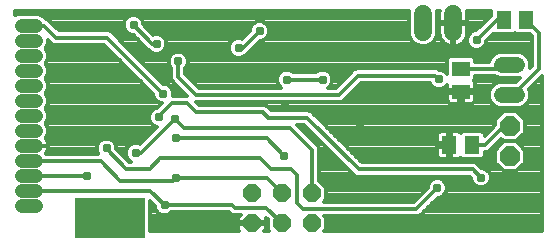
<source format=gbl>
G75*
%MOIN*%
%OFA0B0*%
%FSLAX25Y25*%
%IPPOS*%
%LPD*%
%AMOC8*
5,1,8,0,0,1.08239X$1,22.5*
%
%ADD10R,0.23622X0.13780*%
%ADD11OC8,0.06000*%
%ADD12C,0.04756*%
%ADD13C,0.06000*%
%ADD14OC8,0.06600*%
%ADD15R,0.05118X0.05906*%
%ADD16C,0.05200*%
%ADD17R,0.05906X0.05118*%
%ADD18C,0.01400*%
%ADD19C,0.02800*%
%ADD20C,0.02900*%
%ADD21C,0.03100*%
%ADD22C,0.03050*%
D10*
X0053012Y0016800D03*
D11*
X0100406Y0015167D03*
X0110406Y0015167D03*
X0120406Y0015167D03*
X0120406Y0025167D03*
X0110406Y0025167D03*
X0100406Y0025167D03*
D12*
X0028471Y0020957D02*
X0023715Y0020957D01*
X0023715Y0025957D02*
X0028471Y0025957D01*
X0028471Y0030957D02*
X0023715Y0030957D01*
X0023715Y0035957D02*
X0028471Y0035957D01*
X0028471Y0040957D02*
X0023715Y0040957D01*
X0023715Y0045957D02*
X0028471Y0045957D01*
X0028471Y0050957D02*
X0023715Y0050957D01*
X0023715Y0055957D02*
X0028471Y0055957D01*
X0028471Y0060957D02*
X0023715Y0060957D01*
X0023715Y0065957D02*
X0028471Y0065957D01*
X0028471Y0070957D02*
X0023715Y0070957D01*
X0023715Y0075957D02*
X0028471Y0075957D01*
X0028471Y0080957D02*
X0023715Y0080957D01*
D13*
X0157579Y0078877D02*
X0157579Y0084877D01*
X0167579Y0084877D02*
X0167579Y0078877D01*
D14*
X0186400Y0047486D03*
X0186400Y0037486D03*
D15*
X0173720Y0041253D03*
X0166240Y0041253D03*
X0184286Y0082905D03*
X0191766Y0082905D03*
D16*
X0188881Y0067971D02*
X0183681Y0067971D01*
X0183681Y0057971D02*
X0188881Y0057971D01*
D17*
X0170180Y0059113D03*
X0170180Y0066593D03*
D18*
X0184903Y0066593D01*
X0186281Y0067971D01*
X0189736Y0072271D02*
X0182825Y0072271D01*
X0181245Y0071617D01*
X0180035Y0070407D01*
X0179450Y0068993D01*
X0174833Y0068993D01*
X0174833Y0069857D01*
X0173837Y0070852D01*
X0166523Y0070852D01*
X0165527Y0069857D01*
X0165527Y0064948D01*
X0165514Y0064980D01*
X0164607Y0065887D01*
X0163422Y0066378D01*
X0162949Y0066378D01*
X0162840Y0066488D01*
X0161957Y0066853D01*
X0135403Y0066853D01*
X0134521Y0066488D01*
X0133845Y0065813D01*
X0128486Y0060453D01*
X0125908Y0060453D01*
X0126735Y0061281D01*
X0127230Y0062475D01*
X0127230Y0063768D01*
X0126735Y0064963D01*
X0125821Y0065877D01*
X0124626Y0066372D01*
X0123334Y0066372D01*
X0122139Y0065877D01*
X0121784Y0065522D01*
X0114276Y0065522D01*
X0113921Y0065877D01*
X0112726Y0066372D01*
X0111434Y0066372D01*
X0110239Y0065877D01*
X0109325Y0064963D01*
X0108830Y0063768D01*
X0108830Y0062475D01*
X0109325Y0061281D01*
X0110152Y0060453D01*
X0082874Y0060453D01*
X0078280Y0065047D01*
X0078280Y0066992D01*
X0078614Y0067326D01*
X0079105Y0068512D01*
X0079105Y0069795D01*
X0078614Y0070980D01*
X0077707Y0071887D01*
X0076522Y0072378D01*
X0075239Y0072378D01*
X0074053Y0071887D01*
X0073146Y0070980D01*
X0072655Y0069795D01*
X0072655Y0068512D01*
X0073146Y0067326D01*
X0073480Y0066992D01*
X0073480Y0063576D01*
X0073845Y0062694D01*
X0078886Y0057653D01*
X0073979Y0057653D01*
X0074030Y0057775D01*
X0074030Y0059068D01*
X0073535Y0060263D01*
X0072621Y0061177D01*
X0071426Y0061672D01*
X0070924Y0061672D01*
X0053440Y0079156D01*
X0052557Y0079522D01*
X0036074Y0079522D01*
X0032604Y0082992D01*
X0031919Y0083275D01*
X0030781Y0084414D01*
X0029282Y0085035D01*
X0022904Y0085035D01*
X0021580Y0084487D01*
X0021580Y0085930D01*
X0152928Y0085930D01*
X0152879Y0085812D01*
X0152879Y0077942D01*
X0153595Y0076215D01*
X0154917Y0074892D01*
X0156644Y0074177D01*
X0158514Y0074177D01*
X0160242Y0074892D01*
X0161564Y0076215D01*
X0162279Y0077942D01*
X0162279Y0085812D01*
X0162230Y0085930D01*
X0162988Y0085930D01*
X0162879Y0085247D01*
X0162879Y0082177D01*
X0167279Y0082177D01*
X0167279Y0081577D01*
X0162879Y0081577D01*
X0162879Y0078507D01*
X0162995Y0077776D01*
X0163224Y0077073D01*
X0163559Y0076414D01*
X0163994Y0075815D01*
X0164517Y0075292D01*
X0165116Y0074857D01*
X0165775Y0074521D01*
X0166479Y0074293D01*
X0167209Y0074177D01*
X0167279Y0074177D01*
X0167279Y0081577D01*
X0167879Y0081577D01*
X0167879Y0074177D01*
X0167949Y0074177D01*
X0168680Y0074293D01*
X0169383Y0074521D01*
X0170043Y0074857D01*
X0170641Y0075292D01*
X0171164Y0075815D01*
X0171599Y0076414D01*
X0171935Y0077073D01*
X0172163Y0077776D01*
X0172279Y0078507D01*
X0172279Y0081577D01*
X0167879Y0081577D01*
X0167879Y0082177D01*
X0172279Y0082177D01*
X0172279Y0085247D01*
X0172171Y0085930D01*
X0180026Y0085930D01*
X0180026Y0084294D01*
X0179997Y0084265D01*
X0175211Y0079478D01*
X0174739Y0079478D01*
X0173553Y0078987D01*
X0172646Y0078080D01*
X0172155Y0076895D01*
X0172155Y0075612D01*
X0172646Y0074426D01*
X0173553Y0073519D01*
X0174739Y0073028D01*
X0176022Y0073028D01*
X0177207Y0073519D01*
X0178114Y0074426D01*
X0178605Y0075612D01*
X0178605Y0076084D01*
X0180898Y0078377D01*
X0181022Y0078252D01*
X0187549Y0078252D01*
X0188026Y0078729D01*
X0188503Y0078252D01*
X0193024Y0078252D01*
X0193780Y0077497D01*
X0193780Y0067647D01*
X0193133Y0067000D01*
X0193181Y0067116D01*
X0193181Y0068827D01*
X0192526Y0070407D01*
X0191317Y0071617D01*
X0189736Y0072271D01*
X0192047Y0070886D02*
X0193780Y0070886D01*
X0193780Y0069488D02*
X0192907Y0069488D01*
X0193181Y0068089D02*
X0193780Y0068089D01*
X0196180Y0066653D02*
X0187498Y0057971D01*
X0186281Y0057971D01*
X0182825Y0053671D02*
X0189736Y0053671D01*
X0191317Y0054326D01*
X0192526Y0055536D01*
X0193181Y0057116D01*
X0193181Y0058827D01*
X0192761Y0059840D01*
X0197219Y0064299D01*
X0197219Y0012653D01*
X0124539Y0012653D01*
X0125106Y0013220D01*
X0125106Y0017113D01*
X0124566Y0017653D01*
X0155757Y0017653D01*
X0156640Y0018019D01*
X0162349Y0023728D01*
X0162822Y0023728D01*
X0164007Y0024219D01*
X0164914Y0025126D01*
X0165405Y0026312D01*
X0165405Y0027595D01*
X0164914Y0028780D01*
X0164007Y0029687D01*
X0162822Y0030178D01*
X0161539Y0030178D01*
X0160353Y0029687D01*
X0159446Y0028780D01*
X0158955Y0027595D01*
X0158955Y0027122D01*
X0154286Y0022453D01*
X0124339Y0022453D01*
X0125106Y0023220D01*
X0125106Y0027113D01*
X0122806Y0029413D01*
X0122806Y0040205D01*
X0122441Y0041087D01*
X0115474Y0048053D01*
X0117686Y0048053D01*
X0133945Y0031794D01*
X0134621Y0031119D01*
X0135503Y0030753D01*
X0172986Y0030753D01*
X0173555Y0030184D01*
X0173555Y0029712D01*
X0174046Y0028526D01*
X0174953Y0027619D01*
X0176139Y0027128D01*
X0177422Y0027128D01*
X0178607Y0027619D01*
X0179514Y0028526D01*
X0180005Y0029712D01*
X0180005Y0030995D01*
X0179514Y0032180D01*
X0178607Y0033087D01*
X0177422Y0033578D01*
X0176949Y0033578D01*
X0175340Y0035188D01*
X0174457Y0035553D01*
X0136974Y0035553D01*
X0120040Y0052488D01*
X0119157Y0052853D01*
X0106874Y0052853D01*
X0105440Y0054288D01*
X0104557Y0054653D01*
X0082674Y0054653D01*
X0081674Y0055653D01*
X0129957Y0055653D01*
X0130840Y0056019D01*
X0136874Y0062053D01*
X0159745Y0062053D01*
X0160046Y0061326D01*
X0160953Y0060419D01*
X0162139Y0059928D01*
X0163422Y0059928D01*
X0164607Y0060419D01*
X0165514Y0061326D01*
X0165527Y0061358D01*
X0165527Y0059693D01*
X0169600Y0059693D01*
X0169600Y0058534D01*
X0165527Y0058534D01*
X0165527Y0056330D01*
X0165643Y0055898D01*
X0165867Y0055510D01*
X0166183Y0055194D01*
X0166571Y0054970D01*
X0167003Y0054854D01*
X0169600Y0054854D01*
X0169600Y0058534D01*
X0170760Y0058534D01*
X0170760Y0059693D01*
X0174833Y0059693D01*
X0174833Y0061896D01*
X0174717Y0062328D01*
X0174493Y0062716D01*
X0174356Y0062853D01*
X0174833Y0063330D01*
X0174833Y0064193D01*
X0181565Y0064193D01*
X0182825Y0063671D01*
X0189736Y0063671D01*
X0189852Y0063719D01*
X0188404Y0062271D01*
X0182825Y0062271D01*
X0181245Y0061617D01*
X0180035Y0060407D01*
X0179381Y0058827D01*
X0179381Y0057116D01*
X0180035Y0055536D01*
X0181245Y0054326D01*
X0182825Y0053671D01*
X0181781Y0054104D02*
X0105623Y0054104D01*
X0104080Y0052253D02*
X0105880Y0050453D01*
X0118680Y0050453D01*
X0135980Y0033153D01*
X0173980Y0033153D01*
X0176780Y0030353D01*
X0173878Y0028931D02*
X0164763Y0028931D01*
X0165405Y0027532D02*
X0175163Y0027532D01*
X0178397Y0027532D02*
X0197219Y0027532D01*
X0197219Y0028931D02*
X0179682Y0028931D01*
X0180005Y0030329D02*
X0197219Y0030329D01*
X0197219Y0031728D02*
X0179701Y0031728D01*
X0178512Y0033126D02*
X0183689Y0033126D01*
X0184329Y0032486D02*
X0188471Y0032486D01*
X0191400Y0035415D01*
X0191400Y0039557D01*
X0188471Y0042486D01*
X0184329Y0042486D01*
X0181400Y0039557D01*
X0181400Y0035415D01*
X0184329Y0032486D01*
X0182290Y0034525D02*
X0176002Y0034525D01*
X0176983Y0036601D02*
X0177979Y0037596D01*
X0177979Y0038853D01*
X0178657Y0038853D01*
X0179540Y0039219D01*
X0180215Y0039894D01*
X0183568Y0043247D01*
X0184329Y0042486D01*
X0188471Y0042486D01*
X0191400Y0045415D01*
X0191400Y0049557D01*
X0188471Y0052486D01*
X0184329Y0052486D01*
X0181400Y0049557D01*
X0181400Y0047867D01*
X0177979Y0044447D01*
X0177979Y0044910D01*
X0176983Y0045906D01*
X0170457Y0045906D01*
X0169980Y0045429D01*
X0169843Y0045566D01*
X0169455Y0045790D01*
X0169023Y0045906D01*
X0166819Y0045906D01*
X0166819Y0041833D01*
X0165660Y0041833D01*
X0165660Y0040674D01*
X0161981Y0040674D01*
X0161981Y0038077D01*
X0162097Y0037644D01*
X0162320Y0037257D01*
X0162637Y0036940D01*
X0163025Y0036716D01*
X0163457Y0036601D01*
X0165660Y0036601D01*
X0165660Y0040674D01*
X0166819Y0040674D01*
X0166819Y0036601D01*
X0169023Y0036601D01*
X0169455Y0036716D01*
X0169843Y0036940D01*
X0169980Y0037077D01*
X0170457Y0036601D01*
X0176983Y0036601D01*
X0177705Y0037322D02*
X0181400Y0037322D01*
X0181400Y0038721D02*
X0177979Y0038721D01*
X0180440Y0040119D02*
X0181961Y0040119D01*
X0181838Y0041518D02*
X0183360Y0041518D01*
X0183237Y0042916D02*
X0183899Y0042916D01*
X0188900Y0042916D02*
X0197219Y0042916D01*
X0197219Y0044315D02*
X0190299Y0044315D01*
X0191400Y0045713D02*
X0197219Y0045713D01*
X0197219Y0047112D02*
X0191400Y0047112D01*
X0191400Y0048510D02*
X0197219Y0048510D01*
X0197219Y0049909D02*
X0191048Y0049909D01*
X0189650Y0051307D02*
X0197219Y0051307D01*
X0197219Y0052706D02*
X0119514Y0052706D01*
X0121220Y0051307D02*
X0183149Y0051307D01*
X0181751Y0049909D02*
X0122619Y0049909D01*
X0124017Y0048510D02*
X0181400Y0048510D01*
X0180644Y0047112D02*
X0125416Y0047112D01*
X0126814Y0045713D02*
X0162891Y0045713D01*
X0163025Y0045790D02*
X0162637Y0045566D01*
X0162320Y0045250D01*
X0162097Y0044862D01*
X0161981Y0044430D01*
X0161981Y0041833D01*
X0165660Y0041833D01*
X0165660Y0045906D01*
X0163457Y0045906D01*
X0163025Y0045790D01*
X0161981Y0044315D02*
X0128213Y0044315D01*
X0129611Y0042916D02*
X0161981Y0042916D01*
X0165660Y0042916D02*
X0166819Y0042916D01*
X0166819Y0044315D02*
X0165660Y0044315D01*
X0165660Y0045713D02*
X0166819Y0045713D01*
X0169589Y0045713D02*
X0170264Y0045713D01*
X0177176Y0045713D02*
X0179246Y0045713D01*
X0178180Y0041253D02*
X0184413Y0047486D01*
X0186400Y0047486D01*
X0189440Y0041518D02*
X0197219Y0041518D01*
X0197219Y0040119D02*
X0190838Y0040119D01*
X0191400Y0038721D02*
X0197219Y0038721D01*
X0197219Y0037322D02*
X0191400Y0037322D01*
X0191400Y0035923D02*
X0197219Y0035923D01*
X0197219Y0034525D02*
X0190509Y0034525D01*
X0189111Y0033126D02*
X0197219Y0033126D01*
X0197219Y0026134D02*
X0165331Y0026134D01*
X0164523Y0024735D02*
X0197219Y0024735D01*
X0197219Y0023337D02*
X0161958Y0023337D01*
X0160559Y0021938D02*
X0197219Y0021938D01*
X0197219Y0020540D02*
X0159161Y0020540D01*
X0157762Y0019141D02*
X0197219Y0019141D01*
X0197219Y0017743D02*
X0155974Y0017743D01*
X0155280Y0020053D02*
X0162180Y0026953D01*
X0158955Y0027532D02*
X0124687Y0027532D01*
X0123288Y0028931D02*
X0159597Y0028931D01*
X0157967Y0026134D02*
X0125106Y0026134D01*
X0125106Y0024735D02*
X0156568Y0024735D01*
X0155170Y0023337D02*
X0125106Y0023337D01*
X0120406Y0025167D02*
X0120406Y0039727D01*
X0113080Y0047053D01*
X0094612Y0047053D01*
X0094580Y0047022D01*
X0077780Y0047022D01*
X0074780Y0050022D01*
X0063380Y0038622D01*
X0061680Y0038622D01*
X0058701Y0037322D02*
X0058005Y0037322D01*
X0058430Y0037975D02*
X0058925Y0036781D01*
X0059839Y0035867D01*
X0060113Y0035753D01*
X0059574Y0035753D01*
X0055205Y0040122D01*
X0055205Y0040795D01*
X0054714Y0041980D01*
X0053807Y0042887D01*
X0052622Y0043378D01*
X0051339Y0043378D01*
X0050153Y0042887D01*
X0049246Y0041980D01*
X0048755Y0040795D01*
X0048755Y0039512D01*
X0049233Y0038357D01*
X0031838Y0038357D01*
X0031713Y0038482D01*
X0031958Y0038820D01*
X0032250Y0039392D01*
X0032448Y0040002D01*
X0032549Y0040636D01*
X0032549Y0040957D01*
X0026093Y0040957D01*
X0026093Y0040957D01*
X0032549Y0040957D01*
X0032549Y0041278D01*
X0032448Y0041912D01*
X0032250Y0042523D01*
X0031958Y0043095D01*
X0031713Y0043432D01*
X0031928Y0043647D01*
X0032549Y0045146D01*
X0032549Y0046768D01*
X0031928Y0048267D01*
X0031738Y0048457D01*
X0031928Y0048647D01*
X0032549Y0050146D01*
X0032549Y0051768D01*
X0031928Y0053267D01*
X0031738Y0053457D01*
X0031928Y0053647D01*
X0032549Y0055146D01*
X0032549Y0056768D01*
X0031928Y0058267D01*
X0031738Y0058457D01*
X0031928Y0058647D01*
X0032549Y0060146D01*
X0032549Y0061768D01*
X0031928Y0063267D01*
X0031738Y0063457D01*
X0031928Y0063647D01*
X0032549Y0065146D01*
X0032549Y0066768D01*
X0031928Y0068267D01*
X0031738Y0068457D01*
X0031928Y0068647D01*
X0032549Y0070146D01*
X0032549Y0071768D01*
X0031928Y0073267D01*
X0031738Y0073457D01*
X0031928Y0073647D01*
X0032549Y0075146D01*
X0032549Y0076259D01*
X0033045Y0075762D01*
X0033721Y0075087D01*
X0034603Y0074722D01*
X0051086Y0074722D01*
X0067530Y0058278D01*
X0067530Y0057775D01*
X0068025Y0056581D01*
X0068939Y0055667D01*
X0070134Y0055172D01*
X0070304Y0055172D01*
X0068911Y0053778D01*
X0068739Y0053778D01*
X0067553Y0053287D01*
X0066646Y0052380D01*
X0066155Y0051195D01*
X0066155Y0049912D01*
X0066646Y0048726D01*
X0067553Y0047819D01*
X0068706Y0047342D01*
X0062970Y0041605D01*
X0062326Y0041872D01*
X0061034Y0041872D01*
X0059839Y0041377D01*
X0058925Y0040463D01*
X0058430Y0039268D01*
X0058430Y0037975D01*
X0058430Y0038721D02*
X0056607Y0038721D01*
X0055208Y0040119D02*
X0058782Y0040119D01*
X0060178Y0041518D02*
X0054906Y0041518D01*
X0051980Y0040153D02*
X0051980Y0039953D01*
X0058580Y0033353D01*
X0066380Y0033353D01*
X0069880Y0036853D01*
X0103280Y0036853D01*
X0106880Y0033253D01*
X0113380Y0033253D01*
X0115480Y0031153D01*
X0115480Y0022053D01*
X0117480Y0020053D01*
X0155280Y0020053D01*
X0173410Y0030329D02*
X0122806Y0030329D01*
X0122806Y0031728D02*
X0134011Y0031728D01*
X0132613Y0033126D02*
X0122806Y0033126D01*
X0122806Y0034525D02*
X0131214Y0034525D01*
X0129816Y0035923D02*
X0122806Y0035923D01*
X0122806Y0037322D02*
X0128417Y0037322D01*
X0127019Y0038721D02*
X0122806Y0038721D01*
X0122806Y0040119D02*
X0125620Y0040119D01*
X0124222Y0041518D02*
X0122010Y0041518D01*
X0122823Y0042916D02*
X0120611Y0042916D01*
X0121425Y0044315D02*
X0119213Y0044315D01*
X0120026Y0045713D02*
X0117814Y0045713D01*
X0118628Y0047112D02*
X0116416Y0047112D01*
X0111280Y0037722D02*
X0105480Y0043522D01*
X0074980Y0043522D01*
X0068476Y0047112D02*
X0032406Y0047112D01*
X0031791Y0048510D02*
X0066862Y0048510D01*
X0066156Y0049909D02*
X0032450Y0049909D01*
X0032549Y0051307D02*
X0066202Y0051307D01*
X0069380Y0050853D02*
X0073780Y0055253D01*
X0078680Y0055253D01*
X0081680Y0052253D01*
X0104080Y0052253D01*
X0109509Y0061097D02*
X0082231Y0061097D01*
X0080832Y0062495D02*
X0108830Y0062495D01*
X0108882Y0063894D02*
X0079434Y0063894D01*
X0078280Y0065292D02*
X0109654Y0065292D01*
X0112080Y0063122D02*
X0123980Y0063122D01*
X0127178Y0063894D02*
X0131926Y0063894D01*
X0130528Y0062495D02*
X0127230Y0062495D01*
X0126551Y0061097D02*
X0129129Y0061097D01*
X0129480Y0058053D02*
X0135880Y0064453D01*
X0161480Y0064453D01*
X0162780Y0063153D01*
X0165202Y0065292D02*
X0165527Y0065292D01*
X0165527Y0066691D02*
X0162350Y0066691D01*
X0165527Y0068089D02*
X0078930Y0068089D01*
X0079105Y0069488D02*
X0165527Y0069488D01*
X0173389Y0073683D02*
X0100836Y0073683D01*
X0102234Y0075082D02*
X0154727Y0075082D01*
X0153485Y0076480D02*
X0104835Y0076480D01*
X0104821Y0076467D02*
X0105735Y0077381D01*
X0106230Y0078575D01*
X0106230Y0079868D01*
X0105735Y0081063D01*
X0104821Y0081977D01*
X0103626Y0082472D01*
X0102334Y0082472D01*
X0101139Y0081977D01*
X0100225Y0081063D01*
X0099730Y0079868D01*
X0099730Y0079366D01*
X0097057Y0076693D01*
X0096626Y0076872D01*
X0095334Y0076872D01*
X0094139Y0076377D01*
X0093225Y0075463D01*
X0092730Y0074268D01*
X0092730Y0072975D01*
X0093225Y0071781D01*
X0094139Y0070867D01*
X0095334Y0070372D01*
X0096626Y0070372D01*
X0097821Y0070867D01*
X0098402Y0071447D01*
X0098740Y0071587D01*
X0103124Y0075972D01*
X0103626Y0075972D01*
X0104821Y0076467D01*
X0105942Y0077879D02*
X0152905Y0077879D01*
X0152879Y0079277D02*
X0106230Y0079277D01*
X0105895Y0080676D02*
X0152879Y0080676D01*
X0152879Y0082074D02*
X0104586Y0082074D01*
X0101374Y0082074D02*
X0064186Y0082074D01*
X0064230Y0081968D02*
X0064230Y0081466D01*
X0067603Y0078093D01*
X0068034Y0078272D01*
X0069326Y0078272D01*
X0070521Y0077777D01*
X0071435Y0076863D01*
X0071930Y0075668D01*
X0071930Y0074375D01*
X0071435Y0073181D01*
X0070521Y0072267D01*
X0069326Y0071772D01*
X0068034Y0071772D01*
X0066839Y0072267D01*
X0066258Y0072847D01*
X0065921Y0072987D01*
X0065245Y0073662D01*
X0060836Y0078072D01*
X0060334Y0078072D01*
X0059139Y0078567D01*
X0058225Y0079481D01*
X0057730Y0080675D01*
X0057730Y0081968D01*
X0058225Y0083163D01*
X0059139Y0084077D01*
X0060334Y0084572D01*
X0061626Y0084572D01*
X0062821Y0084077D01*
X0063735Y0083163D01*
X0064230Y0081968D01*
X0065020Y0080676D02*
X0100065Y0080676D01*
X0099641Y0079277D02*
X0066419Y0079277D01*
X0070275Y0077879D02*
X0098243Y0077879D01*
X0094389Y0076480D02*
X0071594Y0076480D01*
X0071930Y0075082D02*
X0093067Y0075082D01*
X0092730Y0073683D02*
X0071643Y0073683D01*
X0070539Y0072285D02*
X0075013Y0072285D01*
X0076747Y0072285D02*
X0093016Y0072285D01*
X0095980Y0073622D02*
X0097380Y0073622D01*
X0102980Y0079222D01*
X0099437Y0072285D02*
X0193780Y0072285D01*
X0193780Y0073683D02*
X0177371Y0073683D01*
X0178385Y0075082D02*
X0193780Y0075082D01*
X0193780Y0076480D02*
X0179001Y0076480D01*
X0175380Y0076253D02*
X0182032Y0082905D01*
X0184286Y0082905D01*
X0179997Y0084265D02*
X0179997Y0084265D01*
X0180026Y0084871D02*
X0172279Y0084871D01*
X0172279Y0083473D02*
X0179206Y0083473D01*
X0177807Y0082074D02*
X0167879Y0082074D01*
X0167279Y0082074D02*
X0162279Y0082074D01*
X0162279Y0080676D02*
X0162879Y0080676D01*
X0162879Y0079277D02*
X0162279Y0079277D01*
X0162253Y0077879D02*
X0162979Y0077879D01*
X0163525Y0076480D02*
X0161674Y0076480D01*
X0160431Y0075082D02*
X0164807Y0075082D01*
X0167279Y0075082D02*
X0167879Y0075082D01*
X0167879Y0076480D02*
X0167279Y0076480D01*
X0170352Y0075082D02*
X0172375Y0075082D01*
X0172155Y0076480D02*
X0171633Y0076480D01*
X0172180Y0077879D02*
X0172563Y0077879D01*
X0172279Y0079277D02*
X0174253Y0079277D01*
X0172279Y0080676D02*
X0176409Y0080676D01*
X0180400Y0077879D02*
X0193398Y0077879D01*
X0196180Y0078491D02*
X0196180Y0066653D01*
X0196815Y0063894D02*
X0197219Y0063894D01*
X0197219Y0062495D02*
X0195416Y0062495D01*
X0194018Y0061097D02*
X0197219Y0061097D01*
X0197219Y0059698D02*
X0192820Y0059698D01*
X0193181Y0058300D02*
X0197219Y0058300D01*
X0197219Y0056901D02*
X0193092Y0056901D01*
X0192493Y0055503D02*
X0197219Y0055503D01*
X0197219Y0054104D02*
X0190781Y0054104D01*
X0180068Y0055503D02*
X0174486Y0055503D01*
X0174493Y0055510D02*
X0174717Y0055898D01*
X0174833Y0056330D01*
X0174833Y0058534D01*
X0170760Y0058534D01*
X0170760Y0054854D01*
X0173357Y0054854D01*
X0173789Y0054970D01*
X0174177Y0055194D01*
X0174493Y0055510D01*
X0174833Y0056901D02*
X0179470Y0056901D01*
X0179381Y0058300D02*
X0174833Y0058300D01*
X0174833Y0059698D02*
X0179742Y0059698D01*
X0180725Y0061097D02*
X0174833Y0061097D01*
X0174621Y0062495D02*
X0188628Y0062495D01*
X0182289Y0063894D02*
X0174833Y0063894D01*
X0165527Y0061097D02*
X0165284Y0061097D01*
X0165527Y0059698D02*
X0134519Y0059698D01*
X0133121Y0058300D02*
X0165527Y0058300D01*
X0165527Y0056901D02*
X0131722Y0056901D01*
X0129480Y0058053D02*
X0081880Y0058053D01*
X0075880Y0064053D01*
X0075880Y0069153D01*
X0072830Y0068089D02*
X0064507Y0068089D01*
X0063108Y0069488D02*
X0072655Y0069488D01*
X0073107Y0070886D02*
X0061710Y0070886D01*
X0060311Y0072285D02*
X0066821Y0072285D01*
X0065224Y0073683D02*
X0058913Y0073683D01*
X0057514Y0075082D02*
X0063826Y0075082D01*
X0062427Y0076480D02*
X0056116Y0076480D01*
X0054717Y0077879D02*
X0061029Y0077879D01*
X0058428Y0079277D02*
X0053147Y0079277D01*
X0052080Y0077122D02*
X0070780Y0058422D01*
X0073769Y0059698D02*
X0076841Y0059698D01*
X0078239Y0058300D02*
X0074030Y0058300D01*
X0072701Y0061097D02*
X0075442Y0061097D01*
X0074044Y0062495D02*
X0070101Y0062495D01*
X0068702Y0063894D02*
X0073480Y0063894D01*
X0073480Y0065292D02*
X0067304Y0065292D01*
X0065905Y0066691D02*
X0073480Y0066691D01*
X0078280Y0066691D02*
X0135010Y0066691D01*
X0133325Y0065292D02*
X0126406Y0065292D01*
X0135918Y0061097D02*
X0160276Y0061097D01*
X0165874Y0055503D02*
X0081825Y0055503D01*
X0069335Y0055503D02*
X0032549Y0055503D01*
X0032494Y0056901D02*
X0067892Y0056901D01*
X0067508Y0058300D02*
X0031895Y0058300D01*
X0032363Y0059698D02*
X0066109Y0059698D01*
X0064711Y0061097D02*
X0032549Y0061097D01*
X0032247Y0062495D02*
X0063312Y0062495D01*
X0061914Y0063894D02*
X0032030Y0063894D01*
X0032549Y0065292D02*
X0060515Y0065292D01*
X0059117Y0066691D02*
X0032549Y0066691D01*
X0032001Y0068089D02*
X0057718Y0068089D01*
X0056320Y0069488D02*
X0032276Y0069488D01*
X0032549Y0070886D02*
X0054921Y0070886D01*
X0053523Y0072285D02*
X0032335Y0072285D01*
X0031943Y0073683D02*
X0052124Y0073683D01*
X0052080Y0077122D02*
X0035080Y0077122D01*
X0031245Y0080957D01*
X0026093Y0080957D01*
X0031722Y0083473D02*
X0058535Y0083473D01*
X0057774Y0082074D02*
X0033522Y0082074D01*
X0034920Y0080676D02*
X0057730Y0080676D01*
X0060980Y0081322D02*
X0067280Y0075022D01*
X0068680Y0075022D01*
X0078653Y0070886D02*
X0094119Y0070886D01*
X0097841Y0070886D02*
X0180515Y0070886D01*
X0179655Y0069488D02*
X0174833Y0069488D01*
X0167879Y0077879D02*
X0167279Y0077879D01*
X0167279Y0079277D02*
X0167879Y0079277D01*
X0167879Y0080676D02*
X0167279Y0080676D01*
X0162879Y0083473D02*
X0162279Y0083473D01*
X0162279Y0084871D02*
X0162879Y0084871D01*
X0152879Y0084871D02*
X0029677Y0084871D01*
X0022508Y0084871D02*
X0021580Y0084871D01*
X0032522Y0075082D02*
X0033733Y0075082D01*
X0063425Y0083473D02*
X0152879Y0083473D01*
X0191766Y0082905D02*
X0196180Y0078491D01*
X0170760Y0058300D02*
X0169600Y0058300D01*
X0169600Y0056901D02*
X0170760Y0056901D01*
X0170760Y0055503D02*
X0169600Y0055503D01*
X0165660Y0041518D02*
X0131010Y0041518D01*
X0132408Y0040119D02*
X0161981Y0040119D01*
X0161981Y0038721D02*
X0133807Y0038721D01*
X0135205Y0037322D02*
X0162283Y0037322D01*
X0165660Y0037322D02*
X0166819Y0037322D01*
X0166819Y0038721D02*
X0165660Y0038721D01*
X0165660Y0040119D02*
X0166819Y0040119D01*
X0173720Y0041253D02*
X0178180Y0041253D01*
X0181400Y0035923D02*
X0136604Y0035923D01*
X0110406Y0025167D02*
X0105351Y0030222D01*
X0074980Y0030222D01*
X0074212Y0029453D01*
X0056480Y0029453D01*
X0049976Y0035957D01*
X0026093Y0035957D01*
X0031886Y0038721D02*
X0049083Y0038721D01*
X0048755Y0040119D02*
X0032467Y0040119D01*
X0032511Y0041518D02*
X0049054Y0041518D01*
X0050223Y0042916D02*
X0032049Y0042916D01*
X0032204Y0044315D02*
X0065679Y0044315D01*
X0067077Y0045713D02*
X0032549Y0045713D01*
X0032160Y0052706D02*
X0066972Y0052706D01*
X0069237Y0054104D02*
X0032117Y0054104D01*
X0053737Y0042916D02*
X0064280Y0042916D01*
X0059782Y0035923D02*
X0059404Y0035923D01*
X0045580Y0030922D02*
X0045545Y0030957D01*
X0026093Y0030957D01*
X0026093Y0025957D02*
X0066556Y0025957D01*
X0071304Y0021209D01*
X0093924Y0021209D01*
X0094680Y0020453D01*
X0105119Y0020453D01*
X0110406Y0015167D01*
X0105706Y0014946D02*
X0100706Y0014946D01*
X0100706Y0014867D02*
X0100706Y0015467D01*
X0105106Y0015467D01*
X0105106Y0017073D01*
X0105706Y0016473D01*
X0105706Y0013220D01*
X0106273Y0012653D01*
X0104539Y0012653D01*
X0105106Y0013220D01*
X0105106Y0014867D01*
X0100706Y0014867D01*
X0100106Y0014867D02*
X0095706Y0014867D01*
X0095706Y0013220D01*
X0096273Y0012653D01*
X0066523Y0012653D01*
X0066523Y0022597D01*
X0068054Y0021065D01*
X0068054Y0020563D01*
X0068549Y0019368D01*
X0069463Y0018454D01*
X0070658Y0017959D01*
X0071951Y0017959D01*
X0073145Y0018454D01*
X0073501Y0018809D01*
X0092930Y0018809D01*
X0093321Y0018419D01*
X0094203Y0018053D01*
X0096646Y0018053D01*
X0095706Y0017113D01*
X0095706Y0015467D01*
X0100106Y0015467D01*
X0100106Y0014867D01*
X0100106Y0014946D02*
X0066523Y0014946D01*
X0066523Y0016344D02*
X0095706Y0016344D01*
X0096335Y0017743D02*
X0066523Y0017743D01*
X0066523Y0019141D02*
X0068776Y0019141D01*
X0068064Y0020540D02*
X0066523Y0020540D01*
X0066523Y0021938D02*
X0067181Y0021938D01*
X0066523Y0013547D02*
X0095706Y0013547D01*
X0105106Y0013547D02*
X0105706Y0013547D01*
X0105706Y0016344D02*
X0105106Y0016344D01*
X0125106Y0016344D02*
X0197219Y0016344D01*
X0197219Y0014946D02*
X0125106Y0014946D01*
X0125106Y0013547D02*
X0197219Y0013547D01*
X0069380Y0050553D02*
X0069380Y0050853D01*
D19*
X0088280Y0066622D03*
X0099480Y0065922D03*
X0111380Y0054322D03*
X0136580Y0047722D03*
X0137980Y0056822D03*
X0144280Y0072222D03*
X0145680Y0078522D03*
X0033680Y0072222D03*
D20*
X0052880Y0070853D03*
X0052780Y0056453D03*
D21*
X0070780Y0058422D03*
X0074780Y0050022D03*
X0074980Y0043522D03*
X0061680Y0038622D03*
X0045580Y0030922D03*
X0071304Y0021209D03*
X0074980Y0030222D03*
X0111280Y0037722D03*
X0112080Y0063122D03*
X0123980Y0063122D03*
X0095980Y0073622D03*
X0102980Y0079222D03*
X0068680Y0075022D03*
X0060980Y0081322D03*
D22*
X0075880Y0069153D03*
X0069380Y0050553D03*
X0051980Y0040153D03*
X0162180Y0026953D03*
X0176780Y0030353D03*
X0162780Y0063153D03*
X0175380Y0076253D03*
M02*

</source>
